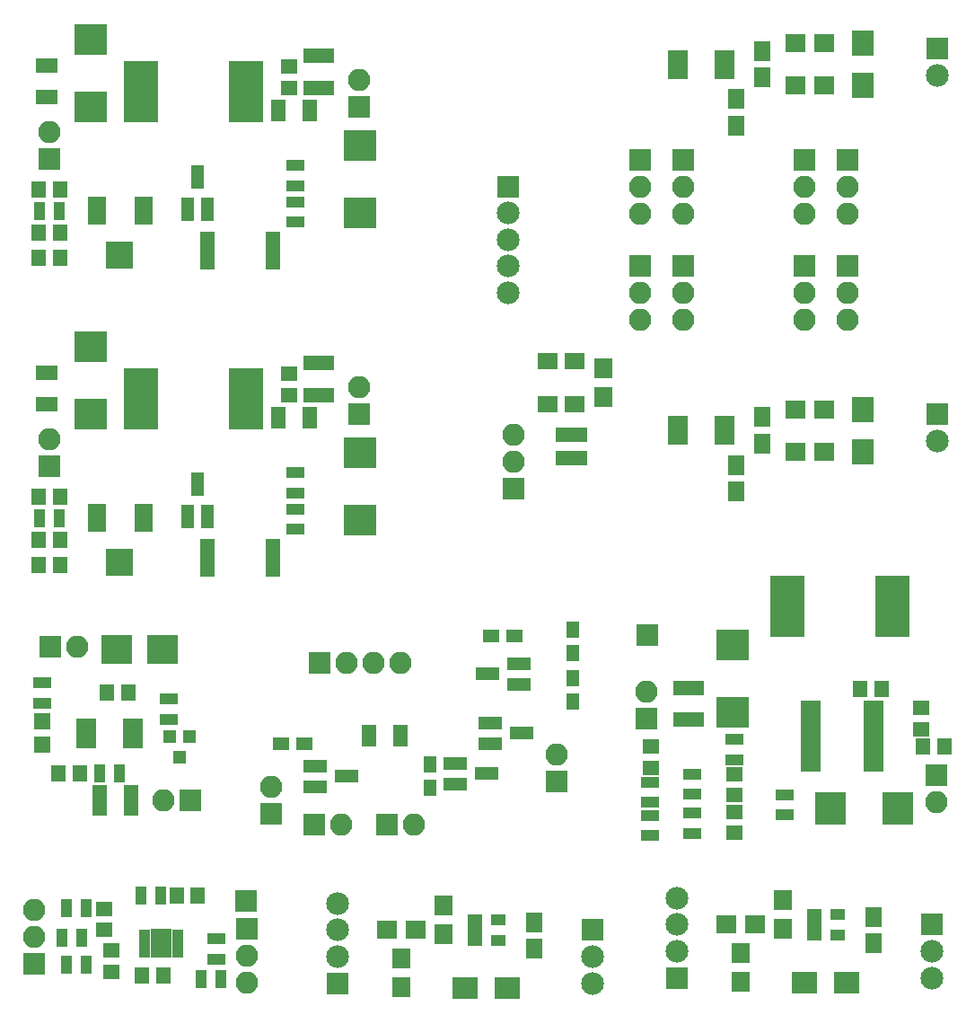
<source format=gts>
G04 #@! TF.FileFunction,Soldermask,Top*
%FSLAX46Y46*%
G04 Gerber Fmt 4.6, Leading zero omitted, Abs format (unit mm)*
G04 Created by KiCad (PCBNEW 4.0.5) date 07/05/17 15:10:37*
%MOMM*%
%LPD*%
G01*
G04 APERTURE LIST*
%ADD10C,0.100000*%
%ADD11R,2.150000X2.150000*%
%ADD12C,2.150000*%
%ADD13R,2.400000X2.100000*%
%ADD14R,1.650000X1.900000*%
%ADD15R,1.700000X1.900000*%
%ADD16R,1.900000X1.700000*%
%ADD17R,1.460000X1.050000*%
%ADD18R,1.400000X2.000000*%
%ADD19R,2.100000X2.100000*%
%ADD20O,2.100000X2.100000*%
%ADD21R,2.000000X1.400000*%
%ADD22R,3.100000X2.950000*%
%ADD23R,3.300000X5.800000*%
%ADD24R,1.200000X2.300000*%
%ADD25R,2.635200X2.635200*%
%ADD26R,1.100000X1.700000*%
%ADD27R,1.700000X1.100000*%
%ADD28R,1.400000X1.650000*%
%ADD29R,1.650000X1.400000*%
%ADD30R,2.900000X1.400000*%
%ADD31R,1.800000X0.700000*%
%ADD32R,1.400000X3.600000*%
%ADD33R,1.400000X2.900000*%
%ADD34R,1.600000X1.600000*%
%ADD35R,2.900000X2.700000*%
%ADD36R,1.200000X1.300000*%
%ADD37R,1.850000X0.850000*%
%ADD38R,2.300000X1.200000*%
%ADD39R,1.600000X1.300000*%
%ADD40R,1.300000X1.600000*%
%ADD41R,1.050000X0.750000*%
%ADD42R,1.175000X1.600000*%
%ADD43R,1.900000X1.650000*%
%ADD44R,1.050000X1.460000*%
%ADD45R,1.850000X0.700000*%
%ADD46R,2.100000X2.400000*%
%ADD47R,2.950000X3.100000*%
G04 APERTURE END LIST*
D10*
D11*
X111028000Y-107956000D03*
D12*
X111028000Y-110456000D03*
X111028000Y-112956000D03*
D11*
X87028000Y-112956000D03*
D12*
X87028000Y-110456000D03*
X87028000Y-107956000D03*
X87028000Y-105456000D03*
D13*
X103028000Y-113456000D03*
X99028000Y-113456000D03*
D14*
X105528000Y-107206000D03*
X105528000Y-109706000D03*
D15*
X97028000Y-105606000D03*
X97028000Y-108306000D03*
D16*
X94378000Y-107956000D03*
X91678000Y-107956000D03*
D15*
X93028000Y-110606000D03*
X93028000Y-113306000D03*
D17*
X99928000Y-107006000D03*
X99928000Y-107956000D03*
X99928000Y-108906000D03*
X102128000Y-108906000D03*
X102128000Y-107006000D03*
D18*
X52427000Y-60198000D03*
X49427000Y-60198000D03*
D19*
X57023000Y-59817000D03*
D20*
X57023000Y-57277000D03*
D19*
X27813000Y-64770000D03*
D20*
X27813000Y-62230000D03*
D21*
X27559000Y-55904000D03*
X27559000Y-58904000D03*
D22*
X57150000Y-63500000D03*
X57150000Y-69850000D03*
X31750000Y-59817000D03*
X31750000Y-53467000D03*
D23*
X36452000Y-58420000D03*
X46352000Y-58420000D03*
D24*
X40833000Y-69445000D03*
X42733000Y-69445000D03*
X41783000Y-66445000D03*
D25*
X34417000Y-73787000D03*
D26*
X28763000Y-69659500D03*
X26863000Y-69659500D03*
D27*
X51054000Y-68773000D03*
X51054000Y-70673000D03*
X51054000Y-65344000D03*
X51054000Y-67244000D03*
D28*
X28813000Y-74041000D03*
X26813000Y-74041000D03*
D29*
X50419000Y-58023000D03*
X50419000Y-56023000D03*
D30*
X53213000Y-58015000D03*
X53213000Y-55015000D03*
D28*
X28813000Y-71691500D03*
X26813000Y-71691500D03*
X28813000Y-67627500D03*
X26813000Y-67627500D03*
D31*
X32344000Y-68596000D03*
X32344000Y-69096000D03*
X32344000Y-69596000D03*
X32344000Y-70096000D03*
X32344000Y-70596000D03*
X36744000Y-70596000D03*
X36744000Y-70096000D03*
X36744000Y-69596000D03*
X36744000Y-69096000D03*
X36744000Y-68596000D03*
D32*
X42747000Y-73406000D03*
X48947000Y-73406000D03*
X42747000Y-44450000D03*
X48947000Y-44450000D03*
D31*
X32344000Y-39640000D03*
X32344000Y-40140000D03*
X32344000Y-40640000D03*
X32344000Y-41140000D03*
X32344000Y-41640000D03*
X36744000Y-41640000D03*
X36744000Y-41140000D03*
X36744000Y-40640000D03*
X36744000Y-40140000D03*
X36744000Y-39640000D03*
D28*
X28813000Y-38671500D03*
X26813000Y-38671500D03*
X28813000Y-42735500D03*
X26813000Y-42735500D03*
D30*
X53213000Y-29059000D03*
X53213000Y-26059000D03*
D29*
X50419000Y-29067000D03*
X50419000Y-27067000D03*
D28*
X28813000Y-45085000D03*
X26813000Y-45085000D03*
D27*
X51054000Y-36388000D03*
X51054000Y-38288000D03*
X51054000Y-39817000D03*
X51054000Y-41717000D03*
D26*
X28763000Y-40703500D03*
X26863000Y-40703500D03*
D25*
X34417000Y-44831000D03*
D24*
X40833000Y-40489000D03*
X42733000Y-40489000D03*
X41783000Y-37489000D03*
D23*
X36452000Y-29464000D03*
X46352000Y-29464000D03*
D22*
X31750000Y-30861000D03*
X31750000Y-24511000D03*
X57150000Y-34544000D03*
X57150000Y-40894000D03*
D21*
X27559000Y-26948000D03*
X27559000Y-29948000D03*
D19*
X27813000Y-35814000D03*
D20*
X27813000Y-33274000D03*
D19*
X57023000Y-30861000D03*
D20*
X57023000Y-28321000D03*
D18*
X52427000Y-31242000D03*
X49427000Y-31242000D03*
D19*
X41148000Y-96266000D03*
D20*
X38608000Y-96266000D03*
D33*
X32536000Y-96266000D03*
X35536000Y-96266000D03*
D28*
X30718000Y-93726000D03*
X28718000Y-93726000D03*
X33290000Y-86106000D03*
X35290000Y-86106000D03*
D34*
X27178000Y-88816000D03*
X27178000Y-91016000D03*
D35*
X38472000Y-82042000D03*
X34172000Y-82042000D03*
D36*
X41082000Y-90186000D03*
X39182000Y-90186000D03*
X40132000Y-92186000D03*
D27*
X27178000Y-87056000D03*
X27178000Y-85156000D03*
D26*
X32578000Y-93726000D03*
X34478000Y-93726000D03*
D27*
X39116000Y-88580000D03*
X39116000Y-86680000D03*
D37*
X31328000Y-88941000D03*
X31328000Y-89591000D03*
X31328000Y-90241000D03*
X31328000Y-90891000D03*
X35728000Y-90891000D03*
X35728000Y-90241000D03*
X35728000Y-89591000D03*
X35728000Y-88941000D03*
D19*
X27940000Y-81788000D03*
D20*
X30480000Y-81788000D03*
D38*
X72112000Y-85278000D03*
X72112000Y-83378000D03*
X69112000Y-84328000D03*
D19*
X52832000Y-98552000D03*
D20*
X55372000Y-98552000D03*
D19*
X59690000Y-98552000D03*
D20*
X62230000Y-98552000D03*
D19*
X48768000Y-97536000D03*
D20*
X48768000Y-94996000D03*
D19*
X53340000Y-83312000D03*
D20*
X55880000Y-83312000D03*
X58420000Y-83312000D03*
X60960000Y-83312000D03*
D19*
X75692000Y-94488000D03*
D20*
X75692000Y-91948000D03*
D38*
X52856000Y-93030000D03*
X52856000Y-94930000D03*
X55856000Y-93980000D03*
X66064000Y-92776000D03*
X66064000Y-94676000D03*
X69064000Y-93726000D03*
X69366000Y-88966000D03*
X69366000Y-90866000D03*
X72366000Y-89916000D03*
D39*
X49700000Y-90932000D03*
X51900000Y-90932000D03*
X71712000Y-80772000D03*
X69512000Y-80772000D03*
D40*
X77216000Y-82380000D03*
X77216000Y-80180000D03*
X77216000Y-86952000D03*
X77216000Y-84752000D03*
X63754000Y-92880000D03*
X63754000Y-95080000D03*
D18*
X60936000Y-90170000D03*
X57936000Y-90170000D03*
D41*
X36804000Y-108753000D03*
X36804000Y-109403000D03*
X36804000Y-110053000D03*
X36804000Y-110703000D03*
X39904000Y-110703000D03*
X39904000Y-110053000D03*
X39904000Y-109403000D03*
X39904000Y-108753000D03*
D42*
X38741500Y-110328000D03*
X38741500Y-109128000D03*
X37966500Y-110328000D03*
X37966500Y-109128000D03*
D28*
X36592000Y-112776000D03*
X38592000Y-112776000D03*
D29*
X33020000Y-106442000D03*
X33020000Y-108442000D03*
X33655000Y-110379000D03*
X33655000Y-112379000D03*
D28*
X39830500Y-105219500D03*
X41830500Y-105219500D03*
D26*
X30922000Y-109220000D03*
X29022000Y-109220000D03*
X31303000Y-106426000D03*
X29403000Y-106426000D03*
X31303000Y-111760000D03*
X29403000Y-111760000D03*
D27*
X43561000Y-111186000D03*
X43561000Y-109286000D03*
D26*
X44003000Y-113093500D03*
X42103000Y-113093500D03*
X38351500Y-105219500D03*
X36451500Y-105219500D03*
D19*
X26416000Y-111633000D03*
D20*
X26416000Y-109093000D03*
X26416000Y-106553000D03*
D19*
X46418500Y-108331000D03*
D20*
X46418500Y-110871000D03*
X46418500Y-113411000D03*
D19*
X46355000Y-105727500D03*
D17*
X67924000Y-107514000D03*
X67924000Y-108464000D03*
X67924000Y-109414000D03*
X70124000Y-109414000D03*
X70124000Y-107514000D03*
D15*
X61024000Y-111114000D03*
X61024000Y-113814000D03*
D16*
X62374000Y-108464000D03*
X59674000Y-108464000D03*
D15*
X65024000Y-106114000D03*
X65024000Y-108814000D03*
D14*
X73524000Y-107714000D03*
X73524000Y-110214000D03*
D13*
X71024000Y-113964000D03*
X67024000Y-113964000D03*
D11*
X55024000Y-113464000D03*
D12*
X55024000Y-110964000D03*
X55024000Y-108464000D03*
X55024000Y-105964000D03*
D11*
X79024000Y-108464000D03*
D12*
X79024000Y-110964000D03*
X79024000Y-113464000D03*
D14*
X92572000Y-30116000D03*
X92572000Y-32616000D03*
D43*
X77322000Y-58866000D03*
X74822000Y-58866000D03*
D14*
X95072000Y-25616000D03*
X95072000Y-28116000D03*
X95072000Y-60116000D03*
X95072000Y-62616000D03*
D43*
X77322000Y-54866000D03*
X74822000Y-54866000D03*
D14*
X92572000Y-64616000D03*
X92572000Y-67116000D03*
D44*
X78022000Y-61766000D03*
X77072000Y-61766000D03*
X76122000Y-61766000D03*
X76122000Y-63966000D03*
X78022000Y-63966000D03*
X77072000Y-63966000D03*
D45*
X87072000Y-25866000D03*
X87072000Y-26366000D03*
X87072000Y-26866000D03*
X87072000Y-27366000D03*
X87072000Y-27866000D03*
X91472000Y-27866000D03*
X91472000Y-27366000D03*
X91472000Y-26866000D03*
X91472000Y-26366000D03*
X91472000Y-25866000D03*
X87072000Y-60366000D03*
X87072000Y-60866000D03*
X87072000Y-61366000D03*
X87072000Y-61866000D03*
X87072000Y-62366000D03*
X91472000Y-62366000D03*
X91472000Y-61866000D03*
X91472000Y-61366000D03*
X91472000Y-60866000D03*
X91472000Y-60366000D03*
D11*
X71072000Y-38366000D03*
D12*
X71072000Y-40866000D03*
X71072000Y-43366000D03*
X71072000Y-45866000D03*
X71072000Y-48366000D03*
D19*
X99072000Y-35866000D03*
D20*
X99072000Y-38406000D03*
X99072000Y-40946000D03*
D19*
X103072000Y-35866000D03*
D20*
X103072000Y-38406000D03*
X103072000Y-40946000D03*
D19*
X83572000Y-35866000D03*
D20*
X83572000Y-38406000D03*
X83572000Y-40946000D03*
D19*
X87572000Y-35866000D03*
D20*
X87572000Y-38406000D03*
X87572000Y-40946000D03*
D19*
X99072000Y-45866000D03*
D20*
X99072000Y-48406000D03*
X99072000Y-50946000D03*
D19*
X103072000Y-45866000D03*
D20*
X103072000Y-48406000D03*
X103072000Y-50946000D03*
D19*
X83572000Y-45866000D03*
D20*
X83572000Y-48406000D03*
X83572000Y-50946000D03*
D19*
X87572000Y-45866000D03*
D20*
X87572000Y-48406000D03*
X87572000Y-50946000D03*
D19*
X71572000Y-66866000D03*
D20*
X71572000Y-64326000D03*
X71572000Y-61786000D03*
D11*
X111572000Y-25366000D03*
D12*
X111572000Y-27866000D03*
D11*
X111572000Y-59866000D03*
D12*
X111572000Y-62366000D03*
D16*
X100922000Y-24866000D03*
X98222000Y-24866000D03*
X100922000Y-28866000D03*
X98222000Y-28866000D03*
X100922000Y-59366000D03*
X98222000Y-59366000D03*
X100922000Y-63366000D03*
X98222000Y-63366000D03*
D15*
X80072000Y-58216000D03*
X80072000Y-55516000D03*
D46*
X104572000Y-24866000D03*
X104572000Y-28866000D03*
X104572000Y-59366000D03*
X104572000Y-63366000D03*
D37*
X99666000Y-87245000D03*
X99666000Y-87895000D03*
X99666000Y-88545000D03*
X99666000Y-89195000D03*
X99666000Y-89845000D03*
X99666000Y-90495000D03*
X99666000Y-91145000D03*
X99666000Y-91795000D03*
X99666000Y-92445000D03*
X99666000Y-93095000D03*
X105566000Y-93095000D03*
X105566000Y-92445000D03*
X105566000Y-91795000D03*
X105566000Y-91145000D03*
X105566000Y-90495000D03*
X105566000Y-89845000D03*
X105566000Y-89195000D03*
X105566000Y-88545000D03*
X105566000Y-87895000D03*
X105566000Y-87245000D03*
D28*
X106308400Y-85750400D03*
X104308400Y-85750400D03*
D29*
X110032800Y-87544400D03*
X110032800Y-89544400D03*
D22*
X92303600Y-81610200D03*
X92303600Y-87960200D03*
D30*
X88138000Y-85622000D03*
X88138000Y-88622000D03*
D47*
X107873800Y-97028000D03*
X101523800Y-97028000D03*
D19*
X111506000Y-93853000D03*
D20*
X111506000Y-96393000D03*
D19*
X84175600Y-88544400D03*
D20*
X84175600Y-86004400D03*
D27*
X84480400Y-97652800D03*
X84480400Y-99552800D03*
X92456000Y-92390000D03*
X92456000Y-90490000D03*
X88493600Y-97449600D03*
X88493600Y-99349600D03*
X84480400Y-94503200D03*
X84480400Y-96403200D03*
X97180400Y-95722400D03*
X97180400Y-97622400D03*
X88493600Y-93741200D03*
X88493600Y-95641200D03*
D23*
X107312000Y-77978000D03*
X97412000Y-77978000D03*
D28*
X112252000Y-91186000D03*
X110252000Y-91186000D03*
D29*
X92456000Y-95742000D03*
X92456000Y-93742000D03*
X92456000Y-97298000D03*
X92456000Y-99298000D03*
X84531200Y-91151200D03*
X84531200Y-93151200D03*
D19*
X84201000Y-80645000D03*
M02*

</source>
